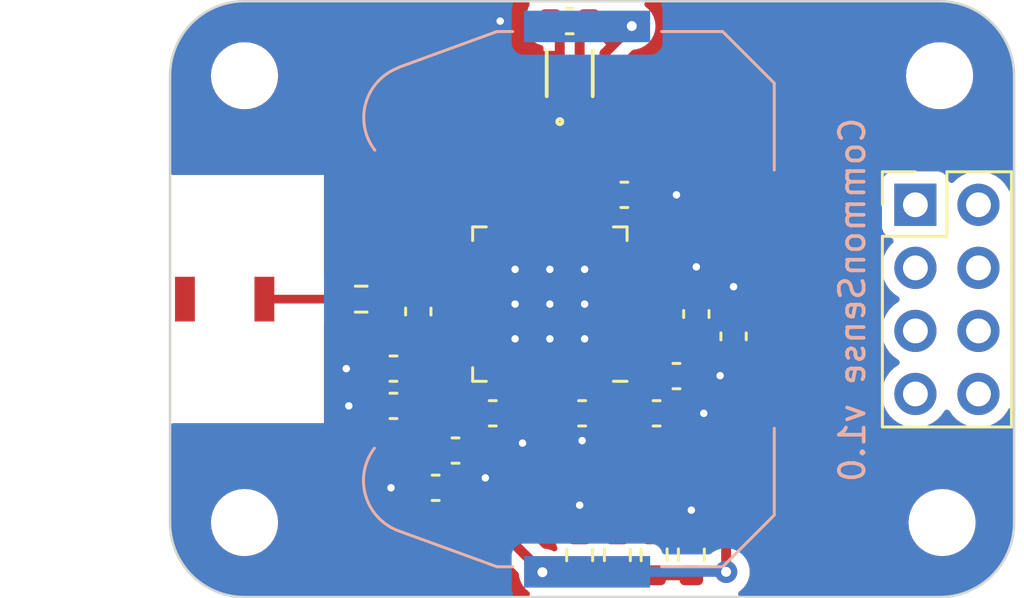
<source format=kicad_pcb>
(kicad_pcb (version 20221018) (generator pcbnew)
  (layers (0 "F.Cu" signal) (31 "B.Cu" signal) (34 "B.Paste" user) (35 "F.Paste" user) (36 "B.SilkS" user "B.Silkscreen") (37 "F.SilkS" user "F.Silkscreen") (38 "B.Mask" user) (39 "F.Mask" user) (44 "Edge.Cuts" user))
  (net 0 "")
  (net 1 "/RF")
  (net 2 "+3V3")
  (net 3 "GND")
  (net 4 "/XL1")
  (net 5 "/XL2")
  (net 6 "/DEC1")
  (net 7 "/DEC4")
  (net 8 "/DEC3")
  (net 9 "/DEC2")
  (net 10 "/XC1")
  (net 11 "/XC2")
  (net 12 "/ANT")
  (net 13 "/LED_RES1")
  (net 14 "/LED_RES2")
  (net 23 "/STATUS_LED1")
  (net 24 "/STATUS_LED2")
  (net 42 "/RESET")
  (net 43 "/SWDCLK")
  (net 44 "/SWDIO")
  (net 55 "/SDA")
  (net 56 "/SCL")
  (footprint "Capacitor_SMD:C_0603_1608Metric" (layer "F.Cu") (at 145 70.8 180)
    (fp_text reference "C9" hide)
    (fp_text value "N.C." hide)
    (fp_line (start -0.14058 -0.51) (end 0.14058 -0.51) (stroke (width 0.12)) (layer "F.SilkS"))
    (fp_line (start -0.14058 0.51) (end 0.14058 0.51) (stroke (width 0.12)) (layer "F.SilkS"))
    (pad "1" smd roundrect (at -0.775 0 180) (size 0.9 0.95) (layers "F.Cu" "F.Paste" "F.Mask") (net 9 "/DEC2"))
    (pad "2" smd roundrect (at 0.775 0 180) (size 0.9 0.95) (layers "F.Cu" "F.Paste" "F.Mask") (net 3 "GND"))
  )
  (footprint "Capacitor_SMD:C_0603_1608Metric" (layer "F.Cu") (at 156.4 71.1 180)
    (fp_text reference "C3" hide)
    (fp_text value "100n" hide)
    (fp_line (start -0.14058 -0.51) (end 0.14058 -0.51) (stroke (width 0.12)) (layer "F.SilkS"))
    (fp_line (start -0.14058 0.51) (end 0.14058 0.51) (stroke (width 0.12)) (layer "F.SilkS"))
    (pad "1" smd roundrect (at -0.775 0 180) (size 0.9 0.95) (layers "F.Cu" "F.Paste" "F.Mask") (net 3 "GND"))
    (pad "2" smd roundrect (at 0.775 0 180) (size 0.9 0.95) (layers "F.Cu" "F.Paste" "F.Mask") (net 6 "/DEC1"))
  )
  (footprint "MountingHole:MountingHole_2.2mm_M2" (layer "F.Cu") (at 167.1 77)
    (fp_text reference "H4" hide)
    (fp_text value "MountingHole" hide)
    (pad "" np_thru_hole circle locked (at 0 0) (size 2.2 2.2) (drill 2.2) (layers "*.Cu" "*.Mask"))
  )
  (footprint "MountingHole:MountingHole_2.2mm_M2" (layer "F.Cu") (at 139 77)
    (fp_text reference "H1" hide)
    (fp_text value "MountingHole" hide)
    (pad "" np_thru_hole circle locked (at 0 0) (size 2.2 2.2) (drill 2.2) (layers "*.Cu" "*.Mask"))
  )
  (footprint "Connector_PinHeader_2.54mm:PinHeader_2x04_P2.54mm_Vertical" (layer "F.Cu") (at 166.025 64.2)
    (fp_text reference "J1" hide)
    (fp_text value "Conn_02x04_Counter_Clockwise" hide)
    (fp_line (start -1.33 -1.33) (end 0 -1.33) (stroke (width 0.12)) (layer "F.SilkS"))
    (fp_line (start -1.33 0) (end -1.33 -1.33) (stroke (width 0.12)) (layer "F.SilkS"))
    (fp_line (start -1.33 1.27) (end -1.33 8.95) (stroke (width 0.12)) (layer "F.SilkS"))
    (fp_line (start -1.33 1.27) (end 1.27 1.27) (stroke (width 0.12)) (layer "F.SilkS"))
    (fp_line (start -1.33 8.95) (end 3.87 8.95) (stroke (width 0.12)) (layer "F.SilkS"))
    (fp_line (start 1.27 -1.33) (end 3.87 -1.33) (stroke (width 0.12)) (layer "F.SilkS"))
    (fp_line (start 1.27 1.27) (end 1.27 -1.33) (stroke (width 0.12)) (layer "F.SilkS"))
    (fp_line (start 3.87 -1.33) (end 3.87 8.95) (stroke (width 0.12)) (layer "F.SilkS"))
    (pad "1" thru_hole rect (at 0 0) (size 1.7 1.7) (drill 1) (layers "*.Cu" "*.Mask"))
    (pad "2" thru_hole oval (at 2.54 0) (size 1.7 1.7) (drill 1) (layers "*.Cu" "*.Mask"))
    (pad "3" thru_hole oval (at 0 2.54) (size 1.7 1.7) (drill 1) (layers "*.Cu" "*.Mask"))
    (pad "4" thru_hole oval (at 2.54 2.54) (size 1.7 1.7) (drill 1) (layers "*.Cu" "*.Mask"))
    (pad "5" thru_hole oval (at 0 5.08) (size 1.7 1.7) (drill 1) (layers "*.Cu" "*.Mask"))
    (pad "6" thru_hole oval (at 2.54 5.08) (size 1.7 1.7) (drill 1) (layers "*.Cu" "*.Mask"))
    (pad "7" thru_hole oval (at 0 7.62) (size 1.7 1.7) (drill 1) (layers "*.Cu" "*.Mask"))
    (pad "8" thru_hole oval (at 2.54 7.62) (size 1.7 1.7) (drill 1) (layers "*.Cu" "*.Mask"))
  )
  (footprint "encyclopedia_galactica:ECS-.327-12.5-12R-TR" (layer "F.Cu") (at 160.3 69.7 -90)
    (fp_text reference "Y1" hide)
    (fp_text value " ECS-.327-12.5-12R-TR " hide)
    (pad "1" smd rect (at -0.7 0 270) (size 0.6 1.1) (layers "F.Cu" "F.Paste" "F.Mask") (net 5 "/XL2"))
    (pad "2" smd rect (at 0.7 0 270) (size 0.6 1.1) (layers "F.Cu" "F.Paste" "F.Mask") (net 4 "/XL1"))
  )
  (footprint "encyclopedia_galactica:2108838-1" (layer "F.Cu") (at 135.7 68)
    (fp_text reference "2108838-1" hide)
    (fp_text value "~" hide)
    (pad "1" smd rect (at 4.1 0) (size 0.8 1.8) (layers "F.Cu" "F.Paste" "F.Mask") (net 1 "/RF"))
    (pad "2" smd rect (at 0.9 0) (size 0.8 1.8) (layers "F.Cu" "F.Paste" "F.Mask"))
    (zone (net 0) (net_name "") (layers "*.Cu") (connect_pads (clearance 0)) (min_thickness 0.25)
      (keepout (tracks allowed) (vias not_allowed) (pads allowed) (copperpour not_allowed) (footprints not_allowed))
      (fill (thermal_gap 0.5) (thermal_bridge_width 0.5))
      (polygon (pts (xy 129.2 63) (xy 129.2 73) (xy 142.2 73) (xy 142.2 63)))
    )
  )
  (footprint "MountingHole:MountingHole_2.2mm_M2" (layer "F.Cu") (at 139 59)
    (fp_text reference "H2" hide)
    (fp_text value "MountingHole" hide)
    (pad "" np_thru_hole circle locked (at 0 0) (size 2.2 2.2) (drill 2.2) (layers "*.Cu" "*.Mask"))
  )
  (footprint "Resistor_SMD:R_0603_1608Metric" (layer "F.Cu") (at 154.02 78.3 -90)
    (fp_text reference "R2" hide)
    (fp_text value "R" hide)
    (fp_line (start -0.237258 -0.5225) (end 0.237258 -0.5225) (stroke (width 0.12)) (layer "F.SilkS"))
    (fp_line (start -0.237258 0.5225) (end 0.237258 0.5225) (stroke (width 0.12)) (layer "F.SilkS"))
    (pad "1" smd roundrect (at -0.825 0 270) (size 0.8 0.95) (layers "F.Cu" "F.Paste" "F.Mask") (net 24 "/STATUS_LED2"))
    (pad "2" smd roundrect (at 0.825 0 270) (size 0.8 0.95) (layers "F.Cu" "F.Paste" "F.Mask") (net 14 "/LED_RES2"))
  )
  (footprint "Resistor_SMD:R_0603_1608Metric" (layer "F.Cu") (at 157 78.3 -90)
    (fp_text reference "D1" hide)
    (fp_text value "LED" hide)
    (fp_line (start -0.237258 -0.5225) (end 0.237258 -0.5225) (stroke (width 0.12)) (layer "F.SilkS"))
    (fp_line (start -0.237258 0.5225) (end 0.237258 0.5225) (stroke (width 0.12)) (layer "F.SilkS"))
    (pad "1" smd roundrect (at -0.825 0 270) (size 0.8 0.95) (layers "F.Cu" "F.Paste" "F.Mask") (net 3 "GND"))
    (pad "2" smd roundrect (at 0.825 0 270) (size 0.8 0.95) (layers "F.Cu" "F.Paste" "F.Mask") (net 13 "/LED_RES1"))
  )
  (footprint "Package_DFN_QFN:QFN-48-1EP_6x6mm_P0.4mm_EP4.6x4.6mm" (layer "F.Cu") (at 151.3 68.2 180)
    (fp_text reference "U1" hide)
    (fp_text value "NRF52810-QFAA-R7" hide)
    (fp_line (start -3.11 3.11) (end -3.11 2.56) (stroke (width 0.12)) (layer "F.SilkS"))
    (fp_line (start -2.56 -3.11) (end -3.11 -3.11) (stroke (width 0.12)) (layer "F.SilkS"))
    (fp_line (start -2.56 3.11) (end -3.11 3.11) (stroke (width 0.12)) (layer "F.SilkS"))
    (fp_line (start 2.56 -3.11) (end 3.11 -3.11) (stroke (width 0.12)) (layer "F.SilkS"))
    (fp_line (start 2.56 3.11) (end 3.11 3.11) (stroke (width 0.12)) (layer "F.SilkS"))
    (fp_line (start 3.11 -3.11) (end 3.11 -2.56) (stroke (width 0.12)) (layer "F.SilkS"))
    (fp_line (start 3.11 3.11) (end 3.11 2.56) (stroke (width 0.12)) (layer "F.SilkS"))
    (pad "1" smd roundrect (at -2.95 -2.2 180) (size 0.8 0.2) (layers "F.Cu" "F.Paste" "F.Mask") (net 6 "/DEC1"))
    (pad "2" smd roundrect (at -2.95 -1.8 180) (size 0.8 0.2) (layers "F.Cu" "F.Paste" "F.Mask") (net 4 "/XL1"))
    (pad "3" smd roundrect (at -2.95 -1.4 180) (size 0.8 0.2) (layers "F.Cu" "F.Paste" "F.Mask") (net 5 "/XL2"))
    (pad "4" smd roundrect (at -2.95 -1 180) (size 0.8 0.2) (layers "F.Cu" "F.Paste" "F.Mask"))
    (pad "5" smd roundrect (at -2.95 -0.6 180) (size 0.8 0.2) (layers "F.Cu" "F.Paste" "F.Mask"))
    (pad "6" smd roundrect (at -2.95 -0.2 180) (size 0.8 0.2) (layers "F.Cu" "F.Paste" "F.Mask"))
    (pad "7" smd roundrect (at -2.95 0.2 180) (size 0.8 0.2) (layers "F.Cu" "F.Paste" "F.Mask"))
    (pad "8" smd roundrect (at -2.95 0.6 180) (size 0.8 0.2) (layers "F.Cu" "F.Paste" "F.Mask"))
    (pad "9" smd roundrect (at -2.95 1 180) (size 0.8 0.2) (layers "F.Cu" "F.Paste" "F.Mask"))
    (pad "10" smd roundrect (at -2.95 1.4 180) (size 0.8 0.2) (layers "F.Cu" "F.Paste" "F.Mask"))
    (pad "11" smd roundrect (at -2.95 1.8 180) (size 0.8 0.2) (layers "F.Cu" "F.Paste" "F.Mask"))
    (pad "12" smd roundrect (at -2.95 2.2 180) (size 0.8 0.2) (layers "F.Cu" "F.Paste" "F.Mask"))
    (pad "13" smd roundrect (at -2.2 2.95 180) (size 0.2 0.8) (layers "F.Cu" "F.Paste" "F.Mask") (net 2 "+3V3"))
    (pad "14" smd roundrect (at -1.8 2.95 180) (size 0.2 0.8) (layers "F.Cu" "F.Paste" "F.Mask"))
    (pad "15" smd roundrect (at -1.4 2.95 180) (size 0.2 0.8) (layers "F.Cu" "F.Paste" "F.Mask"))
    (pad "16" smd roundrect (at -1 2.95 180) (size 0.2 0.8) (layers "F.Cu" "F.Paste" "F.Mask") (net 56 "/SCL"))
    (pad "17" smd roundrect (at -0.6 2.95 180) (size 0.2 0.8) (layers "F.Cu" "F.Paste" "F.Mask") (net 55 "/SDA"))
    (pad "18" smd roundrect (at -0.2 2.95 180) (size 0.2 0.8) (layers "F.Cu" "F.Paste" "F.Mask"))
    (pad "19" smd roundrect (at 0.2 2.95 180) (size 0.2 0.8) (layers "F.Cu" "F.Paste" "F.Mask"))
    (pad "20" smd roundrect (at 0.6 2.95 180) (size 0.2 0.8) (layers "F.Cu" "F.Paste" "F.Mask"))
    (pad "21" smd roundrect (at 1 2.95 180) (size 0.2 0.8) (layers "F.Cu" "F.Paste" "F.Mask"))
    (pad "22" smd roundrect (at 1.4 2.95 180) (size 0.2 0.8) (layers "F.Cu" "F.Paste" "F.Mask"))
    (pad "23" smd roundrect (at 1.8 2.95 180) (size 0.2 0.8) (layers "F.Cu" "F.Paste" "F.Mask"))
    (pad "24" smd roundrect (at 2.2 2.95 180) (size 0.2 0.8) (layers "F.Cu" "F.Paste" "F.Mask") (net 42 "/RESET"))
    (pad "25" smd roundrect (at 2.95 2.2 180) (size 0.8 0.2) (layers "F.Cu" "F.Paste" "F.Mask") (net 43 "/SWDCLK"))
    (pad "26" smd roundrect (at 2.95 1.8 180) (size 0.8 0.2) (layers "F.Cu" "F.Paste" "F.Mask") (net 44 "/SWDIO"))
    (pad "27" smd roundrect (at 2.95 1.4 180) (size 0.8 0.2) (layers "F.Cu" "F.Paste" "F.Mask"))
    (pad "28" smd roundrect (at 2.95 1 180) (size 0.8 0.2) (layers "F.Cu" "F.Paste" "F.Mask"))
    (pad "29" smd roundrect (at 2.95 0.6 180) (size 0.8 0.2) (layers "F.Cu" "F.Paste" "F.Mask"))
    (pad "30" smd roundrect (at 2.95 0.2 180) (size 0.8 0.2) (layers "F.Cu" "F.Paste" "F.Mask") (net 12 "/ANT"))
    (pad "31" smd roundrect (at 2.95 -0.2 180) (size 0.8 0.2) (layers "F.Cu" "F.Paste" "F.Mask") (net 3 "GND"))
    (pad "32" smd roundrect (at 2.95 -0.6 180) (size 0.8 0.2) (layers "F.Cu" "F.Paste" "F.Mask") (net 9 "/DEC2"))
    (pad "33" smd roundrect (at 2.95 -1 180) (size 0.8 0.2) (layers "F.Cu" "F.Paste" "F.Mask") (net 8 "/DEC3"))
    (pad "34" smd roundrect (at 2.95 -1.4 180) (size 0.8 0.2) (layers "F.Cu" "F.Paste" "F.Mask") (net 11 "/XC2"))
    (pad "35" smd roundrect (at 2.95 -1.8 180) (size 0.8 0.2) (layers "F.Cu" "F.Paste" "F.Mask") (net 10 "/XC1"))
    (pad "36" smd roundrect (at 2.95 -2.2 180) (size 0.8 0.2) (layers "F.Cu" "F.Paste" "F.Mask") (net 2 "+3V3"))
    (pad "37" smd roundrect (at 2.2 -2.95 180) (size 0.2 0.8) (layers "F.Cu" "F.Paste" "F.Mask"))
    (pad "38" smd roundrect (at 1.8 -2.95 180) (size 0.2 0.8) (layers "F.Cu" "F.Paste" "F.Mask"))
    (pad "39" smd roundrect (at 1.4 -2.95 180) (size 0.2 0.8) (layers "F.Cu" "F.Paste" "F.Mask"))
    (pad "40" smd roundrect (at 1 -2.95 180) (size 0.2 0.8) (layers "F.Cu" "F.Paste" "F.Mask"))
    (pad "41" smd roundrect (at 0.6 -2.95 180) (size 0.2 0.8) (layers "F.Cu" "F.Paste" "F.Mask") (net 24 "/STATUS_LED2"))
    (pad "42" smd roundrect (at 0.2 -2.95 180) (size 0.2 0.8) (layers "F.Cu" "F.Paste" "F.Mask") (net 23 "/STATUS_LED1"))
    (pad "43" smd roundrect (at -0.2 -2.95 180) (size 0.2 0.8) (layers "F.Cu" "F.Paste" "F.Mask"))
    (pad "44" smd roundrect (at -0.6 -2.95 180) (size 0.2 0.8) (layers "F.Cu" "F.Paste" "F.Mask"))
    (pad "45" smd roundrect (at -1 -2.95 180) (size 0.2 0.8) (layers "F.Cu" "F.Paste" "F.Mask") (net 3 "GND"))
    (pad "46" smd roundrect (at -1.4 -2.95 180) (size 0.2 0.8) (layers "F.Cu" "F.Paste" "F.Mask") (net 7 "/DEC4"))
    (pad "47" smd roundrect (at -1.8 -2.95 180) (size 0.2 0.8) (layers "F.Cu" "F.Paste" "F.Mask"))
    (pad "48" smd roundrect (at -2.2 -2.95 180) (size 0.2 0.8) (layers "F.Cu" "F.Paste" "F.Mask") (net 2 "+3V3"))
    (pad "49" smd rect (at 0 0 180) (size 4.6 4.6) (layers "F.Cu" "F.Mask") (net 3 "GND"))
  )
  (footprint "Capacitor_SMD:C_0603_1608Metric" (layer "F.Cu") (at 145 72.3 180)
    (fp_text reference "C8" hide)
    (fp_text value "100pF" hide)
    (fp_line (start -0.14058 -0.51) (end 0.14058 -0.51) (stroke (width 0.12)) (layer "F.SilkS"))
    (fp_line (start -0.14058 0.51) (end 0.14058 0.51) (stroke (width 0.12)) (layer "F.SilkS"))
    (pad "1" smd roundrect (at -0.775 0 180) (size 0.9 0.95) (layers "F.Cu" "F.Paste" "F.Mask") (net 8 "/DEC3"))
    (pad "2" smd roundrect (at 0.775 0 180) (size 0.9 0.95) (layers "F.Cu" "F.Paste" "F.Mask") (net 3 "GND"))
  )
  (footprint "Capacitor_SMD:C_0603_1608Metric" (layer "F.Cu") (at 155.6 72.6 180)
    (fp_text reference "C5" hide)
    (fp_text value "4u7" hide)
    (fp_line (start -0.14058 -0.51) (end 0.14058 -0.51) (stroke (width 0.12)) (layer "F.SilkS"))
    (fp_line (start -0.14058 0.51) (end 0.14058 0.51) (stroke (width 0.12)) (layer "F.SilkS"))
    (pad "1" smd roundrect (at -0.775 0 180) (size 0.9 0.95) (layers "F.Cu" "F.Paste" "F.Mask") (net 3 "GND"))
    (pad "2" smd roundrect (at 0.775 0 180) (size 0.9 0.95) (layers "F.Cu" "F.Paste" "F.Mask") (net 2 "+3V3"))
  )
  (footprint "Capacitor_SMD:C_0603_1608Metric" (layer "F.Cu") (at 147.5 74.1)
    (fp_text reference "C11" hide)
    (fp_text value "12pF" hide)
    (fp_line (start -0.14058 -0.51) (end 0.14058 -0.51) (stroke (width 0.12)) (layer "F.SilkS"))
    (fp_line (start -0.14058 0.51) (end 0.14058 0.51) (stroke (width 0.12)) (layer "F.SilkS"))
    (pad "1" smd roundrect (at -0.775 0) (size 0.9 0.95) (layers "F.Cu" "F.Paste" "F.Mask") (net 11 "/XC2"))
    (pad "2" smd roundrect (at 0.775 0) (size 0.9 0.95) (layers "F.Cu" "F.Paste" "F.Mask") (net 3 "GND"))
  )
  (footprint "Resistor_SMD:R_0603_1608Metric" (layer "F.Cu") (at 155.5 78.3 -90)
    (fp_text reference "R1" hide)
    (fp_text value "R" hide)
    (fp_line (start -0.237258 -0.5225) (end 0.237258 -0.5225) (stroke (width 0.12)) (layer "F.SilkS"))
    (fp_line (start -0.237258 0.5225) (end 0.237258 0.5225) (stroke (width 0.12)) (layer "F.SilkS"))
    (pad "1" smd roundrect (at -0.825 0 270) (size 0.8 0.95) (layers "F.Cu" "F.Paste" "F.Mask") (net 23 "/STATUS_LED1"))
    (pad "2" smd roundrect (at 0.825 0 270) (size 0.8 0.95) (layers "F.Cu" "F.Paste" "F.Mask") (net 13 "/LED_RES1"))
  )
  (footprint "MountingHole:MountingHole_2.2mm_M2" (layer "F.Cu") (at 167 59)
    (fp_text reference "H3" hide)
    (fp_text value "MountingHole" hide)
    (pad "" np_thru_hole circle locked (at 0 0) (size 2.2 2.2) (drill 2.2) (layers "*.Cu" "*.Mask"))
  )
  (footprint "Resistor_SMD:R_0603_1608Metric" (layer "F.Cu") (at 143.7 68 180)
    (fp_text reference "L1" hide)
    (fp_text value "3.9nH" hide)
    (fp_line (start -0.237258 -0.5225) (end 0.237258 -0.5225) (stroke (width 0.12)) (layer "F.SilkS"))
    (fp_line (start -0.237258 0.5225) (end 0.237258 0.5225) (stroke (width 0.12)) (layer "F.SilkS"))
    (pad "1" smd roundrect (at -0.825 0 180) (size 0.8 0.95) (layers "F.Cu" "F.Paste" "F.Mask") (net 12 "/ANT"))
    (pad "2" smd roundrect (at 0.825 0 180) (size 0.8 0.95) (layers "F.Cu" "F.Paste" "F.Mask") (net 1 "/RF"))
  )
  (footprint "Capacitor_SMD:C_0603_1608Metric" (layer "F.Cu") (at 149 72.6 180)
    (fp_text reference "C7" hide)
    (fp_text value "100n" hide)
    (fp_line (start -0.14058 -0.51) (end 0.14058 -0.51) (stroke (width 0.12)) (layer "F.SilkS"))
    (fp_line (start -0.14058 0.51) (end 0.14058 0.51) (stroke (width 0.12)) (layer "F.SilkS"))
    (pad "1" smd roundrect (at -0.775 0 180) (size 0.9 0.95) (layers "F.Cu" "F.Paste" "F.Mask") (net 3 "GND"))
    (pad "2" smd roundrect (at 0.775 0 180) (size 0.9 0.95) (layers "F.Cu" "F.Paste" "F.Mask") (net 2 "+3V3"))
  )
  (footprint "Capacitor_SMD:C_0603_1608Metric" (layer "F.Cu") (at 152.1 56.8 180)
    (fp_text reference "C13" hide)
    (fp_text value "100n" hide)
    (fp_line (start -0.14058 -0.51) (end 0.14058 -0.51) (stroke (width 0.12)) (layer "F.SilkS"))
    (fp_line (start -0.14058 0.51) (end 0.14058 0.51) (stroke (width 0.12)) (layer "F.SilkS"))
    (pad "1" smd roundrect (at -0.775 0 180) (size 0.9 0.95) (layers "F.Cu" "F.Paste" "F.Mask") (net 2 "+3V3"))
    (pad "2" smd roundrect (at 0.775 0 180) (size 0.9 0.95) (layers "F.Cu" "F.Paste" "F.Mask") (net 3 "GND"))
  )
  (footprint "Capacitor_SMD:C_0603_1608Metric" (layer "F.Cu") (at 157.2 68.6 90)
    (fp_text reference "C2" hide)
    (fp_text value "12pF" hide)
    (fp_line (start -0.14058 -0.51) (end 0.14058 -0.51) (stroke (width 0.12)) (layer "F.SilkS"))
    (fp_line (start -0.14058 0.51) (end 0.14058 0.51) (stroke (width 0.12)) (layer "F.SilkS"))
    (pad "1" smd roundrect (at -0.775 0 90) (size 0.9 0.95) (layers "F.Cu" "F.Paste" "F.Mask") (net 5 "/XL2"))
    (pad "2" smd roundrect (at 0.775 0 90) (size 0.9 0.95) (layers "F.Cu" "F.Paste" "F.Mask") (net 3 "GND"))
  )
  (footprint "Capacitor_SMD:C_0603_1608Metric" (layer "F.Cu") (at 154.3 63.8 180)
    (fp_text reference "C4" hide)
    (fp_text value "100n" hide)
    (fp_line (start -0.14058 -0.51) (end 0.14058 -0.51) (stroke (width 0.12)) (layer "F.SilkS"))
    (fp_line (start -0.14058 0.51) (end 0.14058 0.51) (stroke (width 0.12)) (layer "F.SilkS"))
    (pad "1" smd roundrect (at -0.775 0 180) (size 0.9 0.95) (layers "F.Cu" "F.Paste" "F.Mask") (net 3 "GND"))
    (pad "2" smd roundrect (at 0.775 0 180) (size 0.9 0.95) (layers "F.Cu" "F.Paste" "F.Mask") (net 2 "+3V3"))
  )
  (footprint "encyclopedia_galactica:DFN4_SHT41_SEN" (layer "F.Cu") (at 152.1 58.9 90)
    (fp_text reference "U2" hide)
    (fp_text value "SHT41-AD1B-R2" hide)
    (fp_line (start -0.9271 0.9271) (end 0.9271 0.9271) (stroke (width 0.1524)) (layer "F.SilkS"))
    (fp_line (start 0.9271 -0.9271) (end -0.9271 -0.9271) (stroke (width 0.1524)) (layer "F.SilkS"))
    (fp_circle (center -1.950999 -0.40005) (end -1.849399 -0.40005) (stroke (width 0.1524)) (fill none) (layer "F.SilkS"))
    (pad "1" smd rect (at -0.7469 -0.40005 90) (size 0.706399 0.3056) (layers "F.Cu" "F.Paste" "F.Mask") (net 55 "/SDA"))
    (pad "2" smd rect (at -0.7469 0.40005 90) (size 0.706399 0.3056) (layers "F.Cu" "F.Paste" "F.Mask") (net 56 "/SCL"))
    (pad "3" smd rect (at 0.7469 0.40005 90) (size 0.706399 0.3056) (layers "F.Cu" "F.Paste" "F.Mask") (net 2 "+3V3"))
    (pad "4" smd rect (at 0.7469 -0.40005 90) (size 0.706399 0.3056) (layers "F.Cu" "F.Paste" "F.Mask") (net 3 "GND"))
  )
  (footprint "Capacitor_SMD:C_0603_1608Metric" (layer "F.Cu") (at 158.7 69.5 90)
    (fp_text reference "C1" hide)
    (fp_text value "12pF" hide)
    (fp_line (start -0.14058 -0.51) (end 0.14058 -0.51) (stroke (width 0.12)) (layer "F.SilkS"))
    (fp_line (start -0.14058 0.51) (end 0.14058 0.51) (stroke (width 0.12)) (layer "F.SilkS"))
    (pad "1" smd roundrect (at -0.775 0 90) (size 0.9 0.95) (layers "F.Cu" "F.Paste" "F.Mask") (net 4 "/XL1"))
    (pad "2" smd roundrect (at 0.775 0 90) (size 0.9 0.95) (layers "F.Cu" "F.Paste" "F.Mask") (net 3 "GND"))
  )
  (footprint "encyclopedia_galactica:ABM11W-30.0000MHZ-7-D1X-T3" (layer "F.Cu") (at 146.7625 77.5)
    (fp_text reference "Y2" hide)
    (fp_text value "ABM11W-32.0000MHZ-7-D1X-T3 " hide)
    (pad "1" smd rect (at -0.637 -0.487 90) (size 0.775 0.875) (layers "F.Cu" "F.Paste" "F.Mask") (net 3 "GND"))
    (pad "2" smd rect (at 0.637 -0.487 90) (size 0.775 0.875) (layers "F.Cu" "F.Paste" "F.Mask") (net 10 "/XC1"))
    (pad "3" smd rect (at -0.637 0.487 90) (size 0.775 0.875) (layers "F.Cu" "F.Paste" "F.Mask") (net 11 "/XC2"))
    (pad "4" smd rect (at 0.637 0.487 90) (size 0.775 0.875) (layers "F.Cu" "F.Paste" "F.Mask") (net 3 "GND"))
  )
  (footprint "Capacitor_SMD:C_0603_1608Metric" (layer "F.Cu") (at 146 68.5 90)
    (fp_text reference "C12" hide)
    (fp_text value "0.8pF" hide)
    (fp_line (start -0.14058 -0.51) (end 0.14058 -0.51) (stroke (width 0.12)) (layer "F.SilkS"))
    (fp_line (start -0.14058 0.51) (end 0.14058 0.51) (stroke (width 0.12)) (layer "F.SilkS"))
    (pad "1" smd roundrect (at -0.775 0 90) (size 0.9 0.95) (layers "F.Cu" "F.Paste" "F.Mask") (net 3 "GND"))
    (pad "2" smd roundrect (at 0.775 0 90) (size 0.9 0.95) (layers "F.Cu" "F.Paste" "F.Mask") (net 12 "/ANT"))
  )
  (footprint "Capacitor_SMD:C_0603_1608Metric" (layer "F.Cu") (at 152.6 72.6 180)
    (fp_text reference "C6" hide)
    (fp_text value "1u" hide)
    (fp_line (start -0.14058 -0.51) (end 0.14058 -0.51) (stroke (width 0.12)) (layer "F.SilkS"))
    (fp_line (start -0.14058 0.51) (end 0.14058 0.51) (stroke (width 0.12)) (layer "F.SilkS"))
    (pad "1" smd roundrect (at -0.775 0 180) (size 0.9 0.95) (layers "F.Cu" "F.Paste" "F.Mask") (net 7 "/DEC4"))
    (pad "2" smd roundrect (at 0.775 0 180) (size 0.9 0.95) (layers "F.Cu" "F.Paste" "F.Mask") (net 3 "GND"))
  )
  (footprint "Resistor_SMD:R_0603_1608Metric" (layer "F.Cu") (at 152.5 78.3 -90)
    (fp_text reference "D2" hide)
    (fp_text value "LED" hide)
    (fp_line (start -0.237258 -0.5225) (end 0.237258 -0.5225) (stroke (width 0.12)) (layer "F.SilkS"))
    (fp_line (start -0.237258 0.5225) (end 0.237258 0.5225) (stroke (width 0.12)) (layer "F.SilkS"))
    (pad "1" smd roundrect (at -0.825 0 270) (size 0.8 0.95) (layers "F.Cu" "F.Paste" "F.Mask") (net 3 "GND"))
    (pad "2" smd roundrect (at 0.825 0 270) (size 0.8 0.95) (layers "F.Cu" "F.Paste" "F.Mask") (net 14 "/LED_RES2"))
  )
  (footprint "Capacitor_SMD:C_0603_1608Metric" (layer "F.Cu") (at 146.7 75.6 180)
    (fp_text reference "C10" hide)
    (fp_text value "12pF" hide)
    (fp_line (start -0.14058 -0.51) (end 0.14058 -0.51) (stroke (width 0.12)) (layer "F.SilkS"))
    (fp_line (start -0.14058 0.51) (end 0.14058 0.51) (stroke (width 0.12)) (layer "F.SilkS"))
    (pad "1" smd roundrect (at -0.775 0 180) (size 0.9 0.95) (layers "F.Cu" "F.Paste" "F.Mask") (net 10 "/XC1"))
    (pad "2" smd roundrect (at 0.775 0 180) (size 0.9 0.95) (layers "F.Cu" "F.Paste" "F.Mask") (net 3 "GND"))
  )
  (footprint "Battery:BatteryHolder_Keystone_3034_1x20mm" (layer "B.Cu") (at 152.8 68 90)
    (fp_text reference "BT1" hide)
    (fp_text value "Battery_Cell" hide)
    (fp_line (start -10.78 -3.63) (end -9.34 -7.58) (stroke (width 0.12)) (layer "B.SilkS"))
    (fp_line (start -10.78 -3) (end -10.78 -3.63) (stroke (width 0.12)) (layer "B.SilkS"))
    (fp_line (start -10.78 5.46) (end -10.78 3) (stroke (width 0.12)) (layer "B.SilkS"))
    (fp_line (start -8.7 7.54) (end -10.78 5.46) (stroke (width 0.12)) (layer "B.SilkS"))
    (fp_line (start -5.2 7.54) (end -8.7 7.54) (stroke (width 0.12)) (layer "B.SilkS"))
    (fp_line (start 8.7 7.54) (end 5.2 7.54) (stroke (width 0.12)) (layer "B.SilkS"))
    (fp_line (start 8.7 7.54) (end 10.78 5.46) (stroke (width 0.12)) (layer "B.SilkS"))
    (fp_line (start 10.78 -3.63) (end 9.34 -7.58) (stroke (width 0.12)) (layer "B.SilkS"))
    (fp_line (start 10.78 -3) (end 10.78 -3.63) (stroke (width 0.12)) (layer "B.SilkS"))
    (fp_line (start 10.78 5.46) (end 10.78 3) (stroke (width 0.12)) (layer "B.SilkS"))
    (fp_arc (start -9.34 -7.58) (mid -7.921654 -8.918738) (end -6.003354 -8.56653) (stroke (width 0.12)) (layer "B.SilkS"))
    (fp_arc (start 6 -8.55) (mid 7.90634 -8.911669) (end 9.325243 -7.588169) (stroke (width 0.12)) (layer "B.SilkS"))
    (pad "1" smd rect (at -10.985 0 90) (size 1.27 5.08) (layers "B.Cu" "B.Paste" "B.Mask") (net 2 "+3V3"))
    (pad "1" smd rect (at 10.985 0 90) (size 1.27 5.08) (layers "B.Cu" "B.Paste" "B.Mask") (net 2 "+3V3"))
    (pad "2" smd circle (at 0 0 90) (size 17.8 17.8) (layers "B.Cu" "B.Mask") (net 3 "GND"))
  )
  (gr_line locked (start 167 80) (end 139 80) (stroke (width 0.1)) (layer "Edge.Cuts"))
  (gr_line locked (start 170 59) (end 170 77) (stroke (width 0.1)) (layer "Edge.Cuts"))
  (gr_arc locked (start 138.999999 80.000001) (mid 136.878679 79.121321) (end 135.999999 77.000001) (stroke (width 0.1)) (layer "Edge.Cuts"))
  (gr_arc locked (start 167 56) (mid 169.12132 56.87868) (end 170 59) (stroke (width 0.1)) (layer "Edge.Cuts"))
  (gr_arc locked (start 135.999999 58.999999) (mid 136.878679 56.878679) (end 138.999999 55.999999) (stroke (width 0.1)) (layer "Edge.Cuts"))
  (gr_line locked (start 139 56) (end 167 56) (stroke (width 0.1)) (layer "Edge.Cuts"))
  (gr_arc locked (start 170.000001 77.000001) (mid 169.121321 79.121321) (end 167.000001 80.000001) (stroke (width 0.1)) (layer "Edge.Cuts"))
  (gr_line locked (start 136 77) (end 136 59) (stroke (width 0.1)) (layer "Edge.Cuts"))
  (gr_text "CommonSense v1.0" (at 162.9 60.6 90) (layer "B.SilkS") (effects (font (size 1 1)) (justify left top mirror)))
  (segment (start 142.875 68) (end 139.8 68) (width 0.35) (layer "F.Cu") (net 1))
  (segment (start 153.5 63.775) (end 153.5 58.1) (width 0.4) (layer "F.Cu") (net 2))
  (segment (start 148.225 72.6) (end 148.225 70.525) (width 0.4) (layer "F.Cu") (net 2))
  (segment (start 153.525 63.8) (end 153.527 63.802) (width 0.4) (layer "F.Cu") (net 2))
  (segment (start 154.825 72.6) (end 153.6 71.375) (width 0.4) (layer "F.Cu") (net 2))
  (segment (start 148.323 70.427) (end 148.35 70.427) (width 0.4) (layer "F.Cu") (net 2))
  (segment (start 153.5 58.1) (end 153.85 57.75) (width 0.4) (layer "F.Cu") (net 2))
  (segment (start 153.525 63.8) (end 153.5 63.775) (width 0.4) (layer "F.Cu") (net 2))
  (segment (start 153.6 71.375) (end 153.6 71.15) (width 0.4) (layer "F.Cu") (net 2))
  (segment (start 149.4 73.775) (end 149.4 77.4) (width 0.4) (layer "F.Cu") (net 2))
  (segment (start 152.50005 58.1531) (end 152.50005 57.17495) (width 0.4) (layer "F.Cu") (net 2))
  (segment (start 152.9 56.8) (end 153.85 57.75) (width 0.4) (layer "F.Cu") (net 2))
  (segment (start 153.527 63.802) (end 153.527 65.25) (width 0.4) (layer "F.Cu") (net 2))
  (segment (start 148.225 72.6) (end 149.4 73.775) (width 0.4) (layer "F.Cu") (net 2))
  (segment (start 152.875 56.8) (end 152.9 56.8) (width 0.4) (layer "F.Cu") (net 2))
  (segment (start 158.4 76.175) (end 154.825 72.6) (width 0.4) (layer "F.Cu") (net 2))
  (segment (start 152.50005 57.17495) (end 152.875 56.8) (width 0.4) (layer "F.Cu") (net 2))
  (segment (start 153.85 57.75) (end 154.6 57) (width 0.4) (layer "F.Cu") (net 2))
  (segment (start 148.225 70.525) (end 148.323 70.427) (width 0.4) (layer "F.Cu") (net 2))
  (segment (start 149.4 77.4) (end 151 79) (width 0.4) (layer "F.Cu") (net 2))
  (segment (start 158.4 78.985) (end 158.4 76.175) (width 0.4) (layer "F.Cu") (net 2))
  (via (at 158.4 78.985) (size 0.9) (drill 0.4) (layers "F.Cu" "B.Cu") (net 2))
  (via (at 154.6 57) (size 0.9) (drill 0.4) (layers "F.Cu" "B.Cu") (net 2))
  (via (at 151 79) (size 0.9) (drill 0.4) (layers "F.Cu" "B.Cu") (net 2))
  (segment (start 158.4 78.985) (end 152.8 78.985) (width 0.4) (layer "B.Cu") (net 2))
  (segment (start 158.14136 71.1) (end 157.175 71.1) (width 0.4) (layer "F.Cu") (net 3))
  (segment (start 144.225 70.8) (end 143.1 70.8) (width 0.4) (layer "F.Cu") (net 3))
  (segment (start 158.15864 71.08272) (end 158.14136 71.1) (width 0.4) (layer "F.Cu") (net 3))
  (segment (start 152.3 71.15) (end 152.3 72.125) (width 0.2) (layer "F.Cu") (net 3))
  (segment (start 155.075 63.8) (end 156.4 63.8) (width 0.4) (layer "F.Cu") (net 3))
  (segment (start 149.7 68.4) (end 149.9 68.2) (width 0.2) (layer "F.Cu") (net 3))
  (segment (start 151.69995 57.17495) (end 151.325 56.8) (width 0.4) (layer "F.Cu") (net 3))
  (segment (start 149.775 73.375) (end 150.2 73.8) (width 0.4) (layer "F.Cu") (net 3))
  (segment (start 151.325 56.8) (end 149.3 56.8) (width 0.4) (layer "F.Cu") (net 3))
  (segment (start 152.3 72.125) (end 151.825 72.6) (width 0.2) (layer "F.Cu") (net 3))
  (segment (start 151.825 72.925) (end 152.6 73.7) (width 0.4) (layer "F.Cu") (net 3))
  (segment (start 145.925 75.6) (end 144.9 75.6) (width 0.4) (layer "F.Cu") (net 3))
  (segment (start 157.2 67.825) (end 157.2 66.7) (width 0.4) (layer "F.Cu") (net 3))
  (segment (start 148.375 74.1) (end 148.375 74.875) (width 0.4) (layer "F.Cu") (net 3))
  (segment (start 157 77.475) (end 157 76.5) (width 0.4) (layer "F.Cu") (net 3))
  (segment (start 151.69995 58.1531) (end 151.69995 57.17495) (width 0.4) (layer "F.Cu") (net 3))
  (segment (start 144.225 72.3) (end 143.2 72.3) (width 0.4) (layer "F.Cu") (net 3))
  (segment (start 148.35 68.4) (end 148.312495 68.437505) (width 0.2) (layer "F.Cu") (net 3))
  (segment (start 152.5 77.475) (end 152.5 76.3) (width 0.4) (layer "F.Cu") (net 3))
  (segment (start 148.375 74.875) (end 148.7 75.2) (width 0.4) (layer "F.Cu") (net 3))
  (segment (start 156.375 72.6) (end 157.5 72.6) (width 0.4) (layer "F.Cu") (net 3))
  (segment (start 148.312495 68.437505) (end 146.837495 68.437505) (width 0.2) (layer "F.Cu") (net 3))
  (segment (start 149.775 72.6) (end 149.775 73.375) (width 0.4) (layer "F.Cu") (net 3))
  (segment (start 151.825 72.6) (end 151.825 72.925) (width 0.4) (layer "F.Cu") (net 3))
  (segment (start 146.837495 68.437505) (end 146 69.275) (width 0.2) (layer "F.Cu") (net 3))
  (segment (start 148.35 68.4) (end 149.7 68.4) (width 0.2) (layer "F.Cu") (net 3))
  (segment (start 158.7 68.725) (end 158.7 67.5) (width 0.4) (layer "F.Cu") (net 3))
  (via (at 157.5 72.6) (size 0.6) (drill 0.3) (layers "F.Cu" "B.Cu") (net 3))
  (via (at 151.3 69.6) (size 0.6) (drill 0.3) (layers "F.Cu" "B.Cu") (net 3))
  (via (at 158.15864 71.08272) (size 0.6) (drill 0.3) (layers "F.Cu" "B.Cu") (net 3))
  (via (at 144.9 75.6) (size 0.6) (drill 0.3) (layers "F.Cu" "B.Cu") (net 3))
  (via (at 157 76.5) (size 0.6) (drill 0.3) (layers "F.Cu" "B.Cu") (net 3))
  (via (at 148.7 75.2) (size 0.6) (drill 0.3) (layers "F.Cu" "B.Cu") (net 3))
  (via (at 149.9 68.2) (size 0.6) (drill 0.3) (layers "F.Cu" "B.Cu") (net 3))
  (via (at 158.7 67.5) (size 0.6) (drill 0.3) (layers "F.Cu" "B.Cu") (net 3))
  (via (at 152.5 76.3) (size 0.6) (drill 0.3) (layers "F.Cu" "B.Cu") (net 3))
  (via (at 149.3 56.8) (size 0.6) (drill 0.3) (layers "F.Cu" "B.Cu") (net 3))
  (via (at 149.9 66.8) (size 0.6) (drill 0.3) (layers "F.Cu" "B.Cu") (net 3))
  (via (at 149.9 69.6) (size 0.6) (drill 0.3) (layers "F.Cu" "B.Cu") (net 3))
  (via (at 156.4 63.8) (size 0.6) (drill 0.3) (layers "F.Cu" "B.Cu") (net 3))
  (via (at 150.2 73.8) (size 0.6) (drill 0.3) (layers "F.Cu" "B.Cu") (net 3))
  (via (at 152.7 68.2) (size 0.6) (drill 0.3) (layers "F.Cu" "B.Cu") (net 3))
  (via (at 151.3 68.2) (size 0.6) (drill 0.3) (layers "F.Cu" "B.Cu") (net 3))
  (via (at 152.6 73.7) (size 0.6) (drill 0.3) (layers "F.Cu" "B.Cu") (net 3))
  (via (at 143.2 72.3) (size 0.6) (drill 0.3) (layers "F.Cu" "B.Cu") (net 3))
  (via (at 151.3 66.8) (size 0.6) (drill 0.3) (layers "F.Cu" "B.Cu") (net 3))
  (via (at 143.1 70.8) (size 0.6) (drill 0.3) (layers "F.Cu" "B.Cu") (net 3))
  (via (at 157.2 66.7) (size 0.6) (drill 0.3) (layers "F.Cu" "B.Cu") (net 3))
  (via (at 152.7 66.8) (size 0.6) (drill 0.3) (layers "F.Cu" "B.Cu") (net 3))
  (via (at 152.7 69.6) (size 0.6) (drill 0.3) (layers "F.Cu" "B.Cu") (net 3))
  (segment (start 158.625 70.2) (end 158.7 70.275) (width 0.2) (layer "F.Cu") (net 4))
  (segment (start 158.975 70) (end 158.7 70.275) (width 0.2) (layer "F.Cu") (net 4))
  (segment (start 155 70) (end 155.2 70.2) (width 0.2) (layer "F.Cu") (net 4))
  (segment (start 160.3 70.4) (end 159.9 70) (width 0.2) (layer "F.Cu") (net 4))
  (segment (start 155.2 70.2) (end 158.625 70.2) (width 0.2) (layer "F.Cu") (net 4))
  (segment (start 159.9 70) (end 158.975 70) (width 0.2) (layer "F.Cu") (net 4))
  (segment (start 154.25 70) (end 155 70) (width 0.2) (layer "F.Cu") (net 4))
  (segment (start 157.227 69.402) (end 157.2 69.375) (width 0.2) (layer "F.Cu") (net 5))
  (segment (start 157.2 69.375) (end 157.175 69.4) (width 0.2) (layer "F.Cu") (net 5))
  (segment (start 159.898 69.402) (end 157.227 69.402) (width 0.2) (layer "F.Cu") (net 5))
  (segment (start 157.175 69.4) (end 155.2 69.4) (width 0.2) (layer "F.Cu") (net 5))
  (segment (start 155.2 69.4) (end 155 69.6) (width 0.2) (layer "F.Cu") (net 5))
  (segment (start 155 69.6) (end 154.25 69.6) (width 0.2) (layer "F.Cu") (net 5))
  (segment (start 160.3 69) (end 159.898 69.402) (width 0.2) (layer "F.Cu") (net 5))
  (segment (start 154.925 70.4) (end 155.625 71.1) (width 0.2) (layer "F.Cu") (net 6))
  (segment (start 154.25 70.4) (end 154.925 70.4) (width 0.2) (layer "F.Cu") (net 6))
  (segment (start 152.7 71.15) (end 152.7 72.1) (width 0.2) (layer "F.Cu") (net 7))
  (segment (start 153.2 72.6) (end 153.375 72.6) (width 0.2) (layer "F.Cu") (net 7))
  (segment (start 152.7 72.1) (end 153.2 72.6) (width 0.2) (layer "F.Cu") (net 7))
  (segment (start 145.775 72.3) (end 146.498 71.577) (width 0.2) (layer "F.Cu") (net 8))
  (segment (start 146.498 71.577) (end 146.498 70.535367) (width 0.2) (layer "F.Cu") (net 8))
  (segment (start 146.498 70.535367) (end 147.833367 69.2) (width 0.2) (layer "F.Cu") (net 8))
  (segment (start 147.833367 69.2) (end 148.35 69.2) (width 0.2) (layer "F.Cu") (net 8))
  (segment (start 145.775 70.614225) (end 145.775 70.8) (width 0.2) (layer "F.Cu") (net 9))
  (segment (start 147.589225 68.8) (end 145.775 70.614225) (width 0.2) (layer "F.Cu") (net 9))
  (segment (start 148.35 68.8) (end 147.589225 68.8) (width 0.2) (layer "F.Cu") (net 9))
  (segment (start 147.502 70.456263) (end 147.502 76.9105) (width 0.2) (layer "F.Cu") (net 10))
  (segment (start 147.502 76.9105) (end 147.3995 77.013) (width 0.2) (layer "F.Cu") (net 10))
  (segment (start 147.958263 70) (end 147.502 70.456263) (width 0.2) (layer "F.Cu") (net 10))
  (segment (start 148.35 70) (end 147.958263 70) (width 0.2) (layer "F.Cu") (net 10))
  (segment (start 146.825 70.670815) (end 146.825 74) (width 0.2) (layer "F.Cu") (net 11))
  (segment (start 146.713 77.5505) (end 146.2765 77.987) (width 0.2) (layer "F.Cu") (net 11))
  (segment (start 146.713 74.112) (end 146.713 77.5505) (width 0.2) (layer "F.Cu") (net 11))
  (segment (start 147.895815 69.6) (end 146.825 70.670815) (width 0.2) (layer "F.Cu") (net 11))
  (segment (start 146.2765 77.987) (end 146.1255 77.987) (width 0.2) (layer "F.Cu") (net 11))
  (segment (start 148.35 69.6) (end 147.895815 69.6) (width 0.2) (layer "F.Cu") (net 11))
  (segment (start 146.825 74) (end 146.713 74.112) (width 0.2) (layer "F.Cu") (net 11))
  (segment (start 147.9 68) (end 144.525 68) (width 0.35) (layer "F.Cu") (net 12))
  (segment (start 148.35 68) (end 147.9 68) (width 0.2) (layer "F.Cu") (net 12))
  (segment (start 155.5 79.125) (end 157 79.125) (width 0.4) (layer "F.Cu") (net 13))
  (segment (start 152.5 79.125) (end 154.02 79.125) (width 0.4) (layer "F.Cu") (net 14))
  (segment (start 151.1 71.15) (end 151.1 73.02458) (width 0.25) (layer "F.Cu") (net 23))
  (segment (start 155.5 77.42458) (end 155.5 77.475) (width 0.25) (layer "F.Cu") (net 23))
  (segment (start 151.1 73.02458) (end 155.5 77.42458) (width 0.25) (layer "F.Cu") (net 23))
  (segment (start 150.7 71.15) (end 150.7 73.519354) (width 0.25) (layer "F.Cu") (net 24))
  (segment (start 150.7 73.519354) (end 154.02 76.839354) (width 0.25) (layer "F.Cu") (net 24))
  (segment (start 154.02 76.839354) (end 154.02 77.475) (width 0.25) (layer "F.Cu") (net 24))
  (segment (start 151.9 59.84695) (end 151.69995 59.6469) (width 0.2) (layer "F.Cu") (net 55))
  (segment (start 151.9 65.25) (end 151.9 59.84695) (width 0.2) (layer "F.Cu") (net 55))
  (segment (start 152.3 59.84695) (end 152.50005 59.6469) (width 0.2) (layer "F.Cu") (net 56))
  (segment (start 152.3 65.25) (end 152.3 59.84695) (width 0.2) (layer "F.Cu") (net 56))
  (zone (net 0) (net_name "") (layer "F.Cu") (connect_pads yes (clearance 0)) (min_thickness 0.25)
    (keepout (tracks allowed) (vias allowed) (pads allowed) (copperpour not_allowed) (footprints allowed))
    (fill (thermal_gap 0.5) (thermal_bridge_width 0.5))
    (polygon (pts (xy 145.3 68.6) (xy 145.3 70) (xy 144.2 70) (xy 144.2 68.8) (xy 144.9 68.8) (xy 144.9 66.9) (xy 148.8 66.9) (xy 148.8 68.2) (xy 146.7 68.2) (xy 146.2 68.6)))
  )
  (zone (net 3) (net_name "GND") (layer "F.Cu") (priority 1) (connect_pads yes (clearance 0.5)) (min_thickness 0.25) (fill yes (thermal_gap 0.5) (thermal_bridge_width 0.5))
    (polygon (pts (xy 146.4 68.6) (xy 146.4 70) (xy 147.3 70) (xy 148.7 68.6) (xy 149.9 68.6) (xy 149.9 68.2) (xy 147.8 68.2) (xy 147.3 68.6)))
  )
  (zone (net 3) (net_name "GND") (layer "F.Cu") (connect_pads (clearance 0.5)) (min_thickness 0.25) (fill yes (thermal_gap 0.5) (thermal_bridge_width 0.5))
    (polygon (pts (xy 136 56) (xy 170 56) (xy 170 80) (xy 136 80)))
  )
  (zone (net 3) (net_name "GND") (layer "B.Cu") (connect_pads yes (clearance 0.5)) (min_thickness 0.25) (fill yes (thermal_gap 0.5) (thermal_bridge_width 0.5))
    (polygon (pts (xy 136 56) (xy 170 56) (xy 170 80) (xy 136 80)))
  )
)
</source>
